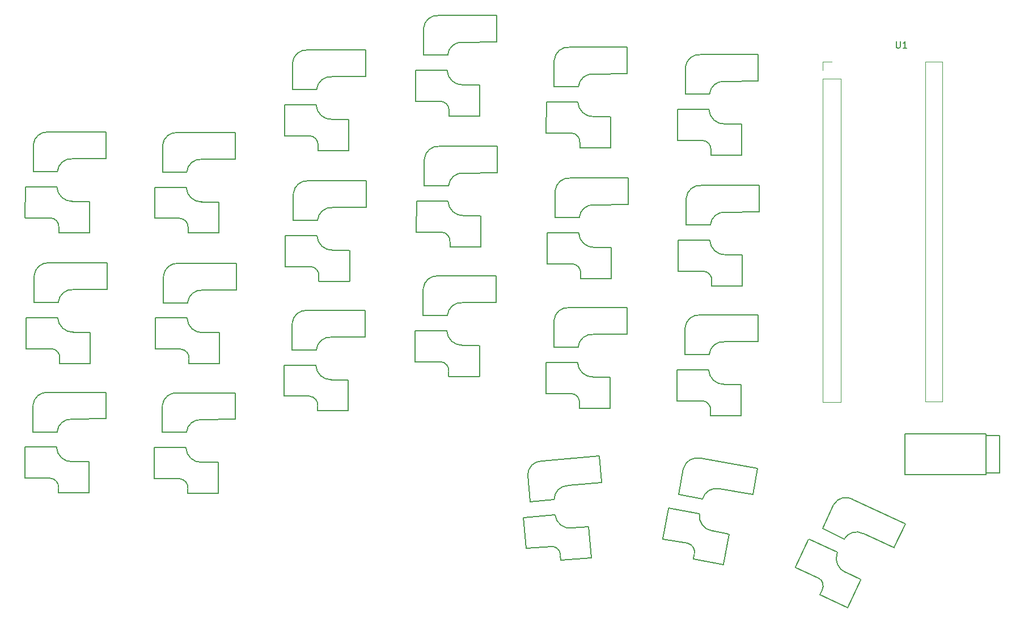
<source format=gbo>
%TF.GenerationSoftware,KiCad,Pcbnew,7.0.6*%
%TF.CreationDate,2023-08-11T19:56:51+07:00*%
%TF.ProjectId,keyboard_pcb,6b657962-6f61-4726-945f-7063622e6b69,rev1.0*%
%TF.SameCoordinates,Original*%
%TF.FileFunction,Legend,Bot*%
%TF.FilePolarity,Positive*%
%FSLAX46Y46*%
G04 Gerber Fmt 4.6, Leading zero omitted, Abs format (unit mm)*
G04 Created by KiCad (PCBNEW 7.0.6) date 2023-08-11 19:56:51*
%MOMM*%
%LPD*%
G01*
G04 APERTURE LIST*
%ADD10C,0.150000*%
%ADD11C,0.120000*%
G04 APERTURE END LIST*
D10*
X215378095Y-43024819D02*
X215378095Y-43834342D01*
X215378095Y-43834342D02*
X215425714Y-43929580D01*
X215425714Y-43929580D02*
X215473333Y-43977200D01*
X215473333Y-43977200D02*
X215568571Y-44024819D01*
X215568571Y-44024819D02*
X215759047Y-44024819D01*
X215759047Y-44024819D02*
X215854285Y-43977200D01*
X215854285Y-43977200D02*
X215901904Y-43929580D01*
X215901904Y-43929580D02*
X215949523Y-43834342D01*
X215949523Y-43834342D02*
X215949523Y-43024819D01*
X216949523Y-44024819D02*
X216378095Y-44024819D01*
X216663809Y-44024819D02*
X216663809Y-43024819D01*
X216663809Y-43024819D02*
X216568571Y-43167676D01*
X216568571Y-43167676D02*
X216473333Y-43262914D01*
X216473333Y-43262914D02*
X216378095Y-43310533D01*
%TO.C,K03*%
X148306001Y-47374000D02*
G75*
G03*
X150676000Y-49543999I2269999J100000D01*
G01*
X150651000Y-43174001D02*
G75*
G03*
X148391001Y-45053999I-190001J-2069997D01*
G01*
X148596000Y-53424000D02*
G75*
G03*
X147376000Y-52004000I-1320000J100000D01*
G01*
X147051000Y-39170001D02*
G75*
G03*
X144787001Y-41054000I-190000J-2073999D01*
G01*
X155676000Y-43124000D02*
X150626000Y-43170000D01*
X155676000Y-43078000D02*
X155676000Y-39170000D01*
X155676000Y-39170000D02*
X147051000Y-39170000D01*
X153176000Y-49573999D02*
X153176000Y-54174000D01*
X153151000Y-54199000D02*
X148601000Y-54199000D01*
X153151000Y-49549000D02*
X150601000Y-49549000D01*
X148596000Y-53474000D02*
X148596000Y-54174000D01*
X148301000Y-47349000D02*
X143601000Y-47349000D01*
X147376000Y-51999000D02*
X143601000Y-51999000D01*
X144776000Y-45078000D02*
X148386000Y-45078000D01*
X144776000Y-41124000D02*
X144776000Y-45069000D01*
X143601000Y-47374000D02*
X143576001Y-51974000D01*
%TO.C,K31*%
X181342416Y-112865440D02*
X180519015Y-117391215D01*
X183584866Y-106914429D02*
X182899824Y-110799495D01*
X182898261Y-110808358D02*
X186453417Y-111435228D01*
X184256943Y-118075698D02*
X180539293Y-117420176D01*
X185975354Y-113656967D02*
X181346757Y-112840820D01*
X185202277Y-119740140D02*
X185080723Y-120429506D01*
X190369645Y-116665737D02*
X187858386Y-116222934D01*
X189562181Y-121245093D02*
X185081306Y-120454994D01*
X190389925Y-116694698D02*
X189591143Y-121224814D01*
X194658579Y-106882879D02*
X186164613Y-105385164D01*
X193979962Y-110731508D02*
X194658579Y-106882879D01*
X193971975Y-110776809D02*
X188990708Y-109945187D01*
X186164613Y-105385165D02*
G75*
G03*
X183607856Y-106847402I-547260J-2009497D01*
G01*
X185210959Y-119690900D02*
G75*
G03*
X184256074Y-118080623I-1282581J327696D01*
G01*
X189014633Y-109953468D02*
G75*
G03*
X186462510Y-111412460I-546566J-2005556D01*
G01*
X185975937Y-113682455D02*
G75*
G03*
X187933114Y-116231034I2252878J-295701D01*
G01*
%TO.C,K32*%
X202316045Y-117474383D02*
X200349344Y-121632834D01*
X206022321Y-112306536D02*
X204355092Y-115881920D01*
X204351288Y-115890077D02*
X207623060Y-117415729D01*
X203782748Y-123261441D02*
X200361436Y-121666057D01*
X206586257Y-119438031D02*
X202326611Y-117451725D01*
X204265081Y-125113839D02*
X203969248Y-125748254D01*
X210052090Y-123481607D02*
X207741005Y-122403930D01*
X208086915Y-127695938D02*
X203963215Y-125773025D01*
X210064183Y-123514829D02*
X208120138Y-127683846D01*
X216726872Y-115142149D02*
X208909967Y-111497067D01*
X215075280Y-118684000D02*
X216726872Y-115142149D01*
X215055839Y-118725690D02*
X210459545Y-116633158D01*
X208909967Y-111497067D02*
G75*
G03*
X206061874Y-112247743I-1048708J-1799385D01*
G01*
X204286212Y-125068523D02*
G75*
G03*
X203780635Y-123265972I-1154064J648487D01*
G01*
X210480512Y-116647349D02*
G75*
G03*
X207637735Y-117396090I-1047018J-1795758D01*
G01*
X206580224Y-119462802D02*
G75*
G03*
X207811091Y-122431095I2099580J-868713D01*
G01*
%TO.C,K30*%
X159721102Y-114245231D02*
X160097114Y-118829905D01*
X160346907Y-107916606D02*
X160690736Y-111846594D01*
X160691521Y-111855560D02*
X164287784Y-111540927D01*
X163884832Y-118523618D02*
X160124197Y-118852631D01*
X164401038Y-113810694D02*
X159718923Y-114220326D01*
X165228744Y-119886675D02*
X165289753Y-120584012D01*
X169424325Y-115579617D02*
X166884028Y-115801864D01*
X169829599Y-120211922D02*
X165296913Y-120608481D01*
X169451408Y-115602342D02*
X169852325Y-120184838D01*
X171035127Y-105020044D02*
X162442948Y-105771762D01*
X171375732Y-108913173D02*
X171035127Y-105020044D01*
X171379741Y-108958998D02*
X166352967Y-109444959D01*
X162442948Y-105771761D02*
G75*
G03*
X160351764Y-107845913I-8516J-2082668D01*
G01*
X165224386Y-119836866D02*
G75*
G03*
X163885268Y-118528600I-1323692J-15426D01*
G01*
X166378220Y-109446767D02*
G75*
G03*
X164290675Y-111516582I-8866J-2078679D01*
G01*
X164408198Y-113835163D02*
G75*
G03*
X166958307Y-115790346I2252646J297463D01*
G01*
%TO.C,K25*%
X187360001Y-92144000D02*
G75*
G03*
X189730000Y-94313999I2269999J100000D01*
G01*
X189705000Y-87944001D02*
G75*
G03*
X187445001Y-89823999I-190001J-2069997D01*
G01*
X187650000Y-98194000D02*
G75*
G03*
X186430000Y-96774000I-1320000J100000D01*
G01*
X186105000Y-83940001D02*
G75*
G03*
X183841001Y-85824000I-190000J-2073999D01*
G01*
X194730000Y-87894000D02*
X189680000Y-87940000D01*
X194730000Y-87848000D02*
X194730000Y-83940000D01*
X194730000Y-83940000D02*
X186105000Y-83940000D01*
X192230000Y-94343999D02*
X192230000Y-98944000D01*
X192205000Y-98969000D02*
X187655000Y-98969000D01*
X192205000Y-94319000D02*
X189655000Y-94319000D01*
X187650000Y-98244000D02*
X187650000Y-98944000D01*
X187355000Y-92119000D02*
X182655000Y-92119000D01*
X186430000Y-96769000D02*
X182655000Y-96769000D01*
X183830000Y-89848000D02*
X187440000Y-89848000D01*
X183830000Y-85894000D02*
X183830000Y-89839000D01*
X182655000Y-92144000D02*
X182630001Y-96744000D01*
%TO.C,K24*%
X167784001Y-91044000D02*
G75*
G03*
X170154000Y-93213999I2269999J100000D01*
G01*
X170129000Y-86844001D02*
G75*
G03*
X167869001Y-88723999I-190001J-2069997D01*
G01*
X168074000Y-97094000D02*
G75*
G03*
X166854000Y-95674000I-1320000J100000D01*
G01*
X166529000Y-82840001D02*
G75*
G03*
X164265001Y-84724000I-190000J-2073999D01*
G01*
X175154000Y-86794000D02*
X170104000Y-86840000D01*
X175154000Y-86748000D02*
X175154000Y-82840000D01*
X175154000Y-82840000D02*
X166529000Y-82840000D01*
X172654000Y-93243999D02*
X172654000Y-97844000D01*
X172629000Y-97869000D02*
X168079000Y-97869000D01*
X172629000Y-93219000D02*
X170079000Y-93219000D01*
X168074000Y-97144000D02*
X168074000Y-97844000D01*
X167779000Y-91019000D02*
X163079000Y-91019000D01*
X166854000Y-95669000D02*
X163079000Y-95669000D01*
X164254000Y-88748000D02*
X167864000Y-88748000D01*
X164254000Y-84794000D02*
X164254000Y-88739000D01*
X163079000Y-91044000D02*
X163054001Y-95644000D01*
%TO.C,K23*%
X148260001Y-86298000D02*
G75*
G03*
X150630000Y-88467999I2269999J100000D01*
G01*
X150605000Y-82098001D02*
G75*
G03*
X148345001Y-83977999I-190001J-2069997D01*
G01*
X148550000Y-92348000D02*
G75*
G03*
X147330000Y-90928000I-1320000J100000D01*
G01*
X147005000Y-78094001D02*
G75*
G03*
X144741001Y-79978000I-190000J-2073999D01*
G01*
X155630000Y-82048000D02*
X150580000Y-82094000D01*
X155630000Y-82002000D02*
X155630000Y-78094000D01*
X155630000Y-78094000D02*
X147005000Y-78094000D01*
X153130000Y-88497999D02*
X153130000Y-93098000D01*
X153105000Y-93123000D02*
X148555000Y-93123000D01*
X153105000Y-88473000D02*
X150555000Y-88473000D01*
X148550000Y-92398000D02*
X148550000Y-93098000D01*
X148255000Y-86273000D02*
X143555000Y-86273000D01*
X147330000Y-90923000D02*
X143555000Y-90923000D01*
X144730000Y-84002000D02*
X148340000Y-84002000D01*
X144730000Y-80048000D02*
X144730000Y-83993000D01*
X143555000Y-86298000D02*
X143530001Y-90898000D01*
%TO.C,K22*%
X128696001Y-91454000D02*
G75*
G03*
X131066000Y-93623999I2269999J100000D01*
G01*
X131041000Y-87254001D02*
G75*
G03*
X128781001Y-89133999I-190001J-2069997D01*
G01*
X128986000Y-97504000D02*
G75*
G03*
X127766000Y-96084000I-1320000J100000D01*
G01*
X127441000Y-83250001D02*
G75*
G03*
X125177001Y-85134000I-190000J-2073999D01*
G01*
X136066000Y-87204000D02*
X131016000Y-87250000D01*
X136066000Y-87158000D02*
X136066000Y-83250000D01*
X136066000Y-83250000D02*
X127441000Y-83250000D01*
X133566000Y-93653999D02*
X133566000Y-98254000D01*
X133541000Y-98279000D02*
X128991000Y-98279000D01*
X133541000Y-93629000D02*
X130991000Y-93629000D01*
X128986000Y-97554000D02*
X128986000Y-98254000D01*
X128691000Y-91429000D02*
X123991000Y-91429000D01*
X127766000Y-96079000D02*
X123991000Y-96079000D01*
X125166000Y-89158000D02*
X128776000Y-89158000D01*
X125166000Y-85204000D02*
X125166000Y-89149000D01*
X123991000Y-91454000D02*
X123966001Y-96054000D01*
%TO.C,K21*%
X109297001Y-103790000D02*
G75*
G03*
X111667000Y-105959999I2269999J100000D01*
G01*
X111642000Y-99590001D02*
G75*
G03*
X109382001Y-101469999I-190001J-2069997D01*
G01*
X109587000Y-109840000D02*
G75*
G03*
X108367000Y-108420000I-1320000J100000D01*
G01*
X108042000Y-95586001D02*
G75*
G03*
X105778001Y-97470000I-190000J-2073999D01*
G01*
X116667000Y-99540000D02*
X111617000Y-99586000D01*
X116667000Y-99494000D02*
X116667000Y-95586000D01*
X116667000Y-95586000D02*
X108042000Y-95586000D01*
X114167000Y-105989999D02*
X114167000Y-110590000D01*
X114142000Y-110615000D02*
X109592000Y-110615000D01*
X114142000Y-105965000D02*
X111592000Y-105965000D01*
X109587000Y-109890000D02*
X109587000Y-110590000D01*
X109292000Y-103765000D02*
X104592000Y-103765000D01*
X108367000Y-108415000D02*
X104592000Y-108415000D01*
X105767000Y-101494000D02*
X109377000Y-101494000D01*
X105767000Y-97540000D02*
X105767000Y-101485000D01*
X104592000Y-103790000D02*
X104567001Y-108390000D01*
%TO.C,K20*%
X89987001Y-103714000D02*
G75*
G03*
X92357000Y-105883999I2269999J100000D01*
G01*
X92332000Y-99514001D02*
G75*
G03*
X90072001Y-101393999I-190001J-2069997D01*
G01*
X90277000Y-109764000D02*
G75*
G03*
X89057000Y-108344000I-1320000J100000D01*
G01*
X88732000Y-95510001D02*
G75*
G03*
X86468001Y-97394000I-190000J-2073999D01*
G01*
X97357000Y-99464000D02*
X92307000Y-99510000D01*
X97357000Y-99418000D02*
X97357000Y-95510000D01*
X97357000Y-95510000D02*
X88732000Y-95510000D01*
X94857000Y-105913999D02*
X94857000Y-110514000D01*
X94832000Y-110539000D02*
X90282000Y-110539000D01*
X94832000Y-105889000D02*
X92282000Y-105889000D01*
X90277000Y-109814000D02*
X90277000Y-110514000D01*
X89982000Y-103689000D02*
X85282000Y-103689000D01*
X89057000Y-108339000D02*
X85282000Y-108339000D01*
X86457000Y-101418000D02*
X90067000Y-101418000D01*
X86457000Y-97464000D02*
X86457000Y-101409000D01*
X85282000Y-103714000D02*
X85257001Y-108314000D01*
%TO.C,K15*%
X182829000Y-72774000D02*
X182804001Y-77374000D01*
X184004000Y-66524000D02*
X184004000Y-70469000D01*
X184004000Y-70478000D02*
X187614000Y-70478000D01*
X186604000Y-77399000D02*
X182829000Y-77399000D01*
X187529000Y-72749000D02*
X182829000Y-72749000D01*
X187824000Y-78874000D02*
X187824000Y-79574000D01*
X192379000Y-74949000D02*
X189829000Y-74949000D01*
X192379000Y-79599000D02*
X187829000Y-79599000D01*
X192404000Y-74973999D02*
X192404000Y-79574000D01*
X194904000Y-64570000D02*
X186279000Y-64570000D01*
X194904000Y-68478000D02*
X194904000Y-64570000D01*
X194904000Y-68524000D02*
X189854000Y-68570000D01*
X186279000Y-64570001D02*
G75*
G03*
X184015001Y-66454000I-190000J-2073999D01*
G01*
X187824000Y-78824000D02*
G75*
G03*
X186604000Y-77404000I-1320000J100000D01*
G01*
X189879000Y-68574001D02*
G75*
G03*
X187619001Y-70453999I-190001J-2069997D01*
G01*
X187534001Y-72774000D02*
G75*
G03*
X189904000Y-74943999I2269999J100000D01*
G01*
%TO.C,K14*%
X163253000Y-71674000D02*
X163228001Y-76274000D01*
X164428000Y-65424000D02*
X164428000Y-69369000D01*
X164428000Y-69378000D02*
X168038000Y-69378000D01*
X167028000Y-76299000D02*
X163253000Y-76299000D01*
X167953000Y-71649000D02*
X163253000Y-71649000D01*
X168248000Y-77774000D02*
X168248000Y-78474000D01*
X172803000Y-73849000D02*
X170253000Y-73849000D01*
X172803000Y-78499000D02*
X168253000Y-78499000D01*
X172828000Y-73873999D02*
X172828000Y-78474000D01*
X175328000Y-63470000D02*
X166703000Y-63470000D01*
X175328000Y-67378000D02*
X175328000Y-63470000D01*
X175328000Y-67424000D02*
X170278000Y-67470000D01*
X166703000Y-63470001D02*
G75*
G03*
X164439001Y-65354000I-190000J-2073999D01*
G01*
X168248000Y-77724000D02*
G75*
G03*
X167028000Y-76304000I-1320000J100000D01*
G01*
X170303000Y-67474001D02*
G75*
G03*
X168043001Y-69353999I-190001J-2069997D01*
G01*
X167958001Y-71674000D02*
G75*
G03*
X170328000Y-73843999I2269999J100000D01*
G01*
%TO.C,K13*%
X143729000Y-66928000D02*
X143704001Y-71528000D01*
X144904000Y-60678000D02*
X144904000Y-64623000D01*
X144904000Y-64632000D02*
X148514000Y-64632000D01*
X147504000Y-71553000D02*
X143729000Y-71553000D01*
X148429000Y-66903000D02*
X143729000Y-66903000D01*
X148724000Y-73028000D02*
X148724000Y-73728000D01*
X153279000Y-69103000D02*
X150729000Y-69103000D01*
X153279000Y-73753000D02*
X148729000Y-73753000D01*
X153304000Y-69127999D02*
X153304000Y-73728000D01*
X155804000Y-58724000D02*
X147179000Y-58724000D01*
X155804000Y-62632000D02*
X155804000Y-58724000D01*
X155804000Y-62678000D02*
X150754000Y-62724000D01*
X147179000Y-58724001D02*
G75*
G03*
X144915001Y-60608000I-190000J-2073999D01*
G01*
X148724000Y-72978000D02*
G75*
G03*
X147504000Y-71558000I-1320000J100000D01*
G01*
X150779000Y-62728001D02*
G75*
G03*
X148519001Y-64607999I-190001J-2069997D01*
G01*
X148434001Y-66928000D02*
G75*
G03*
X150804000Y-69097999I2269999J100000D01*
G01*
%TO.C,K12*%
X124165000Y-72084000D02*
X124140001Y-76684000D01*
X125340000Y-65834000D02*
X125340000Y-69779000D01*
X125340000Y-69788000D02*
X128950000Y-69788000D01*
X127940000Y-76709000D02*
X124165000Y-76709000D01*
X128865000Y-72059000D02*
X124165000Y-72059000D01*
X129160000Y-78184000D02*
X129160000Y-78884000D01*
X133715000Y-74259000D02*
X131165000Y-74259000D01*
X133715000Y-78909000D02*
X129165000Y-78909000D01*
X133740000Y-74283999D02*
X133740000Y-78884000D01*
X136240000Y-63880000D02*
X127615000Y-63880000D01*
X136240000Y-67788000D02*
X136240000Y-63880000D01*
X136240000Y-67834000D02*
X131190000Y-67880000D01*
X127615000Y-63880001D02*
G75*
G03*
X125351001Y-65764000I-190000J-2073999D01*
G01*
X129160000Y-78134000D02*
G75*
G03*
X127940000Y-76714000I-1320000J100000D01*
G01*
X131215000Y-67884001D02*
G75*
G03*
X128955001Y-69763999I-190001J-2069997D01*
G01*
X128870001Y-72084000D02*
G75*
G03*
X131240000Y-74253999I2269999J100000D01*
G01*
%TO.C,K11*%
X104766000Y-84420000D02*
X104741001Y-89020000D01*
X105941000Y-78170000D02*
X105941000Y-82115000D01*
X105941000Y-82124000D02*
X109551000Y-82124000D01*
X108541000Y-89045000D02*
X104766000Y-89045000D01*
X109466000Y-84395000D02*
X104766000Y-84395000D01*
X109761000Y-90520000D02*
X109761000Y-91220000D01*
X114316000Y-86595000D02*
X111766000Y-86595000D01*
X114316000Y-91245000D02*
X109766000Y-91245000D01*
X114341000Y-86619999D02*
X114341000Y-91220000D01*
X116841000Y-76216000D02*
X108216000Y-76216000D01*
X116841000Y-80124000D02*
X116841000Y-76216000D01*
X116841000Y-80170000D02*
X111791000Y-80216000D01*
X108216000Y-76216001D02*
G75*
G03*
X105952001Y-78100000I-190000J-2073999D01*
G01*
X109761000Y-90470000D02*
G75*
G03*
X108541000Y-89050000I-1320000J100000D01*
G01*
X111816000Y-80220001D02*
G75*
G03*
X109556001Y-82099999I-190001J-2069997D01*
G01*
X109471001Y-84420000D02*
G75*
G03*
X111841000Y-86589999I2269999J100000D01*
G01*
%TO.C,K10*%
X85456000Y-84344000D02*
X85431001Y-88944000D01*
X86631000Y-78094000D02*
X86631000Y-82039000D01*
X86631000Y-82048000D02*
X90241000Y-82048000D01*
X89231000Y-88969000D02*
X85456000Y-88969000D01*
X90156000Y-84319000D02*
X85456000Y-84319000D01*
X90451000Y-90444000D02*
X90451000Y-91144000D01*
X95006000Y-86519000D02*
X92456000Y-86519000D01*
X95006000Y-91169000D02*
X90456000Y-91169000D01*
X95031000Y-86543999D02*
X95031000Y-91144000D01*
X97531000Y-76140000D02*
X88906000Y-76140000D01*
X97531000Y-80048000D02*
X97531000Y-76140000D01*
X97531000Y-80094000D02*
X92481000Y-80140000D01*
X88906000Y-76140001D02*
G75*
G03*
X86642001Y-78024000I-190000J-2073999D01*
G01*
X90451000Y-90394000D02*
G75*
G03*
X89231000Y-88974000I-1320000J100000D01*
G01*
X92506000Y-80144001D02*
G75*
G03*
X90246001Y-82023999I-190001J-2069997D01*
G01*
X90161001Y-84344000D02*
G75*
G03*
X92531000Y-86513999I2269999J100000D01*
G01*
%TO.C,K05*%
X187406001Y-53220000D02*
G75*
G03*
X189776000Y-55389999I2269999J100000D01*
G01*
X189751000Y-49020001D02*
G75*
G03*
X187491001Y-50899999I-190001J-2069997D01*
G01*
X187696000Y-59270000D02*
G75*
G03*
X186476000Y-57850000I-1320000J100000D01*
G01*
X186151000Y-45016001D02*
G75*
G03*
X183887001Y-46900000I-190000J-2073999D01*
G01*
X194776000Y-48970000D02*
X189726000Y-49016000D01*
X194776000Y-48924000D02*
X194776000Y-45016000D01*
X194776000Y-45016000D02*
X186151000Y-45016000D01*
X192276000Y-55419999D02*
X192276000Y-60020000D01*
X192251000Y-60045000D02*
X187701000Y-60045000D01*
X192251000Y-55395000D02*
X189701000Y-55395000D01*
X187696000Y-59320000D02*
X187696000Y-60020000D01*
X187401000Y-53195000D02*
X182701000Y-53195000D01*
X186476000Y-57845000D02*
X182701000Y-57845000D01*
X183876000Y-50924000D02*
X187486000Y-50924000D01*
X183876000Y-46970000D02*
X183876000Y-50915000D01*
X182701000Y-53220000D02*
X182676001Y-57820000D01*
%TO.C,K04*%
X167830001Y-52120000D02*
G75*
G03*
X170200000Y-54289999I2269999J100000D01*
G01*
X170175000Y-47920001D02*
G75*
G03*
X167915001Y-49799999I-190001J-2069997D01*
G01*
X168120000Y-58170000D02*
G75*
G03*
X166900000Y-56750000I-1320000J100000D01*
G01*
X166575000Y-43916001D02*
G75*
G03*
X164311001Y-45800000I-190000J-2073999D01*
G01*
X175200000Y-47870000D02*
X170150000Y-47916000D01*
X175200000Y-47824000D02*
X175200000Y-43916000D01*
X175200000Y-43916000D02*
X166575000Y-43916000D01*
X172700000Y-54319999D02*
X172700000Y-58920000D01*
X172675000Y-58945000D02*
X168125000Y-58945000D01*
X172675000Y-54295000D02*
X170125000Y-54295000D01*
X168120000Y-58220000D02*
X168120000Y-58920000D01*
X167825000Y-52095000D02*
X163125000Y-52095000D01*
X166900000Y-56745000D02*
X163125000Y-56745000D01*
X164300000Y-49824000D02*
X167910000Y-49824000D01*
X164300000Y-45870000D02*
X164300000Y-49815000D01*
X163125000Y-52120000D02*
X163100001Y-56720000D01*
%TO.C,K02*%
X128742001Y-52530000D02*
G75*
G03*
X131112000Y-54699999I2269999J100000D01*
G01*
X131087000Y-48330001D02*
G75*
G03*
X128827001Y-50209999I-190001J-2069997D01*
G01*
X129032000Y-58580000D02*
G75*
G03*
X127812000Y-57160000I-1320000J100000D01*
G01*
X127487000Y-44326001D02*
G75*
G03*
X125223001Y-46210000I-190000J-2073999D01*
G01*
X136112000Y-48280000D02*
X131062000Y-48326000D01*
X136112000Y-48234000D02*
X136112000Y-44326000D01*
X136112000Y-44326000D02*
X127487000Y-44326000D01*
X133612000Y-54729999D02*
X133612000Y-59330000D01*
X133587000Y-59355000D02*
X129037000Y-59355000D01*
X133587000Y-54705000D02*
X131037000Y-54705000D01*
X129032000Y-58630000D02*
X129032000Y-59330000D01*
X128737000Y-52505000D02*
X124037000Y-52505000D01*
X127812000Y-57155000D02*
X124037000Y-57155000D01*
X125212000Y-50234000D02*
X128822000Y-50234000D01*
X125212000Y-46280000D02*
X125212000Y-50225000D01*
X124037000Y-52530000D02*
X124012001Y-57130000D01*
%TO.C,K01*%
X109343001Y-64866000D02*
G75*
G03*
X111713000Y-67035999I2269999J100000D01*
G01*
X111688000Y-60666001D02*
G75*
G03*
X109428001Y-62545999I-190001J-2069997D01*
G01*
X109633000Y-70916000D02*
G75*
G03*
X108413000Y-69496000I-1320000J100000D01*
G01*
X108088000Y-56662001D02*
G75*
G03*
X105824001Y-58546000I-190000J-2073999D01*
G01*
X116713000Y-60616000D02*
X111663000Y-60662000D01*
X116713000Y-60570000D02*
X116713000Y-56662000D01*
X116713000Y-56662000D02*
X108088000Y-56662000D01*
X114213000Y-67065999D02*
X114213000Y-71666000D01*
X114188000Y-71691000D02*
X109638000Y-71691000D01*
X114188000Y-67041000D02*
X111638000Y-67041000D01*
X109633000Y-70966000D02*
X109633000Y-71666000D01*
X109338000Y-64841000D02*
X104638000Y-64841000D01*
X108413000Y-69491000D02*
X104638000Y-69491000D01*
X105813000Y-62570000D02*
X109423000Y-62570000D01*
X105813000Y-58616000D02*
X105813000Y-62561000D01*
X104638000Y-64866000D02*
X104613001Y-69466000D01*
%TO.C,K00*%
X90033001Y-64790000D02*
G75*
G03*
X92403000Y-66959999I2269999J100000D01*
G01*
X92378000Y-60590001D02*
G75*
G03*
X90118001Y-62469999I-190001J-2069997D01*
G01*
X90323000Y-70840000D02*
G75*
G03*
X89103000Y-69420000I-1320000J100000D01*
G01*
X88778000Y-56586001D02*
G75*
G03*
X86514001Y-58470000I-190000J-2073999D01*
G01*
X97403000Y-60540000D02*
X92353000Y-60586000D01*
X97403000Y-60494000D02*
X97403000Y-56586000D01*
X97403000Y-56586000D02*
X88778000Y-56586000D01*
X94903000Y-66989999D02*
X94903000Y-71590000D01*
X94878000Y-71615000D02*
X90328000Y-71615000D01*
X94878000Y-66965000D02*
X92328000Y-66965000D01*
X90323000Y-70890000D02*
X90323000Y-71590000D01*
X90028000Y-64765000D02*
X85328000Y-64765000D01*
X89103000Y-69415000D02*
X85328000Y-69415000D01*
X86503000Y-62494000D02*
X90113000Y-62494000D01*
X86503000Y-58540000D02*
X86503000Y-62485000D01*
X85328000Y-64790000D02*
X85303001Y-69390000D01*
%TO.C,J1*%
X228780000Y-101694000D02*
X216680000Y-101694000D01*
X228780000Y-107794000D02*
X216680000Y-107794000D01*
X228780000Y-101944000D02*
X230780000Y-101944000D01*
X216680000Y-101694000D02*
X216680000Y-107794000D01*
X228780000Y-107544000D02*
X230780000Y-107544000D01*
X228780000Y-101694000D02*
X228780000Y-107794000D01*
X230780000Y-101944000D02*
X230780000Y-107544000D01*
D11*
%TO.C,U1*%
X204430000Y-47380000D02*
X204430000Y-46050000D01*
X207090000Y-96970000D02*
X204430000Y-96970000D01*
X207090000Y-48650000D02*
X207090000Y-96970000D01*
X204430000Y-46050000D02*
X205760000Y-46050000D01*
X219730000Y-96910000D02*
X219730000Y-46110000D01*
X219730000Y-46110000D02*
X222270000Y-46110000D01*
X222270000Y-96910000D02*
X219730000Y-96910000D01*
X204430000Y-96970000D02*
X204430000Y-48650000D01*
X204430000Y-48650000D02*
X207090000Y-48650000D01*
X222270000Y-46110000D02*
X222270000Y-96910000D01*
%TD*%
M02*

</source>
